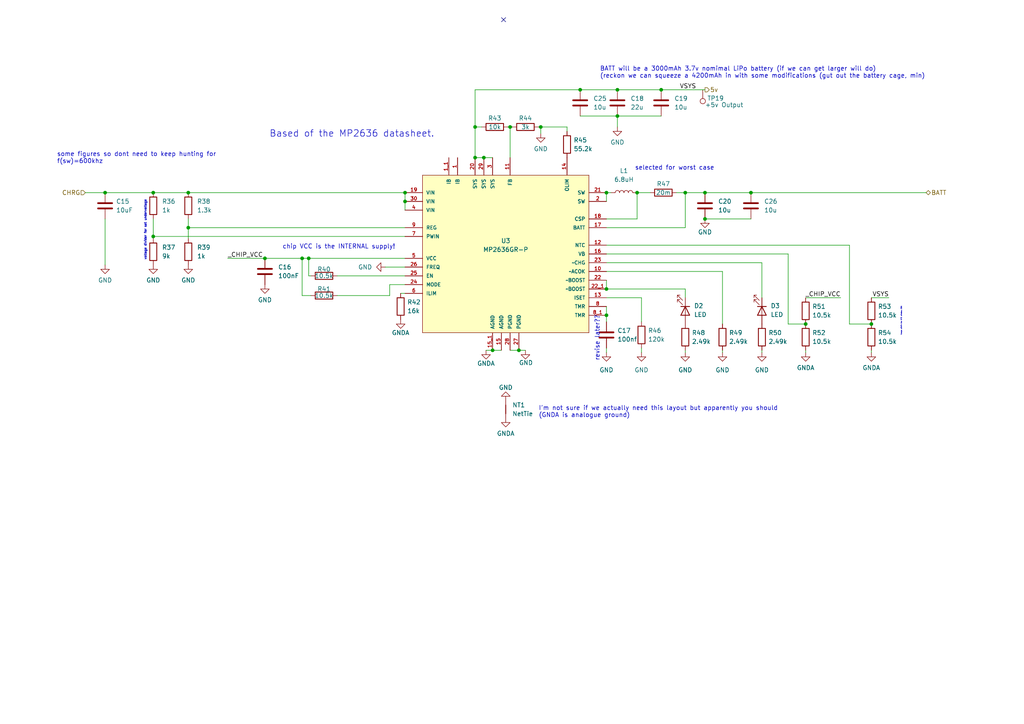
<source format=kicad_sch>
(kicad_sch (version 20210621) (generator eeschema)
  (paper "A4")
  (title_block (title "Power and battery") (rev "indev"))
  (lib_symbols
    (symbol "Connector:TestPoint" (pin_numbers hide) (pin_names (offset 0.762) hide)
      (property "Reference" "TP" (at 0 6.858 0))
      (property "Value" "TestPoint" (at 0 5.08 0))
      (symbol "TestPoint_0_1"
        (circle (center 0 3.302) (radius 0.762))
      )
      (symbol "TestPoint_1_1"
        (pin passive line (at 0 0 90) (length 2.54) (name "1") (number "1"))
      )
    )
    (symbol "Device:C" (pin_numbers hide) (pin_names (offset 0.254))
      (property "Reference" "C" (at 0.635 2.54 0))
      (property "Value" "C" (at 0.635 -2.54 0))
      (symbol "C_0_1"
        (polyline (pts (xy -2.032 -0.762) (xy 2.032 -0.762)) (stroke (width 0.508)))
        (polyline (pts (xy -2.032 0.762) (xy 2.032 0.762)) (stroke (width 0.508)))
      )
      (symbol "C_1_1"
        (pin passive line (at 0 3.81 270) (length 2.794) (name "~") (number "1"))
        (pin passive line (at 0 -3.81 90) (length 2.794) (name "~") (number "2"))
      )
    )
    (symbol "Device:L" (pin_numbers hide) (pin_names (offset 1.016) hide)
      (property "Reference" "L" (at -1.27 0 90))
      (property "Value" "L" (at 1.905 0 90))
      (symbol "L_0_1"
        (arc (start 0 -2.54) (end 0 -1.27) (radius (at 0 -1.905) (length 0.635) (angles -89.9 89.9)))
        (arc (start 0 -1.27) (end 0 0) (radius (at 0 -0.635) (length 0.635) (angles -89.9 89.9)))
        (arc (start 0 0) (end 0 1.27) (radius (at 0 0.635) (length 0.635) (angles -89.9 89.9)))
        (arc (start 0 1.27) (end 0 2.54) (radius (at 0 1.905) (length 0.635) (angles -89.9 89.9)))
      )
      (symbol "L_1_1"
        (pin passive line (at 0 3.81 270) (length 1.27) (name "1") (number "1"))
        (pin passive line (at 0 -3.81 90) (length 1.27) (name "2") (number "2"))
      )
    )
    (symbol "Device:LED" (pin_numbers hide) (pin_names (offset 1.016) hide)
      (property "Reference" "D" (at 0 2.54 0))
      (property "Value" "LED" (at 0 -2.54 0))
      (symbol "LED_0_1"
        (polyline (pts (xy -1.27 -1.27) (xy -1.27 1.27)) (stroke (width 0.254)))
        (polyline (pts (xy -1.27 0) (xy 1.27 0)))
        (polyline (pts (xy 1.27 -1.27) (xy 1.27 1.27) (xy -1.27 0) (xy 1.27 -1.27)) (stroke (width 0.254)))
        (polyline (pts (xy -3.048 -0.762) (xy -4.572 -2.286) (xy -3.81 -2.286) (xy -4.572 -2.286) (xy -4.572 -1.524)))
        (polyline (pts (xy -1.778 -0.762) (xy -3.302 -2.286) (xy -2.54 -2.286) (xy -3.302 -2.286) (xy -3.302 -1.524)))
      )
      (symbol "LED_1_1"
        (pin passive line (at -3.81 0 0) (length 2.54) (name "K") (number "1"))
        (pin passive line (at 3.81 0 180) (length 2.54) (name "A") (number "2"))
      )
    )
    (symbol "Device:NetTie_2" (pin_numbers hide) (pin_names (offset 0) hide)
      (property "Reference" "NT" (at 0 1.27 0))
      (property "Value" "NetTie_2" (at 0 -1.27 0))
      (symbol "NetTie_2_0_1"
        (polyline (pts (xy -1.27 0) (xy 1.27 0)) (stroke (width 0.254)))
      )
      (symbol "NetTie_2_1_1"
        (pin passive line (at -2.54 0 0) (length 2.54) (name "1") (number "1"))
        (pin passive line (at 2.54 0 180) (length 2.54) (name "2") (number "2"))
      )
    )
    (symbol "Device:R" (pin_numbers hide) (pin_names (offset 0))
      (property "Reference" "R" (at 2.032 0 90))
      (property "Value" "R" (at 0 0 90))
      (symbol "R_0_1"
        (rectangle (start -1.016 -2.54) (end 1.016 2.54) (stroke (width 0.254)))
      )
      (symbol "R_1_1"
        (pin passive line (at 0 3.81 270) (length 1.27) (name "~") (number "1"))
        (pin passive line (at 0 -3.81 90) (length 1.27) (name "~") (number "2"))
      )
    )
    (symbol "mp2636:MP2636GR-P" (pin_names (offset 1.016))
      (property "Reference" "U3" (at 0 11.43 0))
      (property "Value" "MP2636GR-P" (at 0 8.89 0))
      (symbol "MP2636GR-P_0_0"
        (rectangle (start -24.13 30.48) (end 24.13 -15.24) (stroke (width 0.1524)) (fill (type background)))
        (pin passive line (at -13.97 35.56 270) (length 5.08) (name "IB") (number "1"))
        (pin output line (at 29.21 2.54 180) (length 5.08) (name "~ACOK") (number "10"))
        (pin input line (at 1.27 35.56 270) (length 5.08) (name "FB") (number "11"))
        (pin passive line (at 29.21 10.16 180) (length 5.08) (name "NTC") (number "12"))
        (pin input line (at 29.21 -5.08 180) (length 5.08) (name "ISET") (number "13"))
        (pin passive line (at 17.78 35.56 270) (length 5.08) (name "OLIM") (number "14"))
        (pin power_in line (at -1.27 -20.32 90) (length 5.08) (name "AGND") (number "15"))
        (pin power_in line (at -3.81 -20.32 90) (length 5.08) (name "AGND") (number "15_1"))
        (pin power_in line (at 29.21 7.62 180) (length 5.08) (name "VB") (number "16"))
        (pin power_in line (at 29.21 15.24 180) (length 5.08) (name "BATT") (number "17"))
        (pin input line (at 29.21 17.78 180) (length 5.08) (name "CSP") (number "18"))
        (pin input line (at -29.21 25.4 0) (length 5.08) (name "VIN") (number "19"))
        (pin passive line (at -16.51 35.56 270) (length 5.08) (name "IB") (number "1_1"))
        (pin output line (at 29.21 22.86 180) (length 5.08) (name "SW") (number "2"))
        (pin output line (at -8.89 35.56 270) (length 5.08) (name "SYS") (number "20"))
        (pin output line (at 29.21 25.4 180) (length 5.08) (name "SW") (number "21"))
        (pin output line (at 29.21 0 180) (length 5.08) (name "~BOOST") (number "22"))
        (pin output line (at 29.21 -2.54 180) (length 5.08) (name "~BOOST") (number "22_1"))
        (pin output line (at 29.21 5.08 180) (length 5.08) (name "~CHG") (number "23"))
        (pin input line (at -29.21 -1.27 0) (length 5.08) (name "MODE") (number "24"))
        (pin input line (at -29.21 1.27 0) (length 5.08) (name "EN") (number "25"))
        (pin input line (at -29.21 3.81 0) (length 5.08) (name "FREQ") (number "26"))
        (pin power_in line (at 3.81 -20.32 90) (length 5.08) (name "PGND") (number "27"))
        (pin power_in line (at 1.27 -20.32 90) (length 5.08) (name "PGND") (number "28"))
        (pin output line (at -6.35 35.56 270) (length 5.08) (name "SYS") (number "29"))
        (pin output line (at -3.81 35.56 270) (length 5.08) (name "SYS") (number "3"))
        (pin input line (at -29.21 22.86 0) (length 5.08) (name "VIN") (number "30"))
        (pin input line (at -29.21 20.32 0) (length 5.08) (name "VIN") (number "4"))
        (pin power_in line (at -29.21 6.35 0) (length 5.08) (name "VCC") (number "5"))
        (pin input line (at -29.21 -3.81 0) (length 5.08) (name "ILIM") (number "6"))
        (pin input line (at -29.21 12.7 0) (length 5.08) (name "PWIN") (number "7"))
        (pin input line (at 29.21 -7.62 180) (length 5.08) (name "TMR") (number "8"))
        (pin input line (at 29.21 -10.16 180) (length 5.08) (name "TMR") (number "8_1"))
        (pin input line (at -29.21 15.24 0) (length 5.08) (name "REG") (number "9"))
      )
    )
    (symbol "power:GND" (power) (pin_names (offset 0))
      (property "Value" "GND" (at 0 -3.81 0))
      (symbol "GND_0_1"
        (polyline (pts (xy 0 0) (xy 0 -1.27) (xy 1.27 -1.27) (xy 0 -2.54) (xy -1.27 -1.27) (xy 0 -1.27)))
      )
      (symbol "GND_1_1"
        (pin power_in line (at 0 0 270) (length 0) hide (name "GND") (number "1"))
      )
    )
    (symbol "power:GNDA" (power) (pin_names (offset 0))
      (property "Value" "GNDA" (at 0 -3.81 0))
      (symbol "GNDA_0_1"
        (polyline (pts (xy 0 0) (xy 0 -1.27) (xy 1.27 -1.27) (xy 0 -2.54) (xy -1.27 -1.27) (xy 0 -1.27)))
      )
      (symbol "GNDA_1_1"
        (pin power_in line (at 0 0 270) (length 0) hide (name "GNDA") (number "1"))
      )
    )
  )
  (junction (at 30.48 55.88) (diameter 0.9144))
  (junction (at 44.45 55.88) (diameter 0.9144))
  (junction (at 44.45 68.58) (diameter 0.9144))
  (junction (at 54.61 55.88) (diameter 0.9144))
  (junction (at 54.61 66.04) (diameter 0.9144))
  (junction (at 76.835 74.93) (diameter 0.9144))
  (junction (at 87.63 74.93) (diameter 0.9144))
  (junction (at 89.535 74.93) (diameter 0.9144))
  (junction (at 117.475 55.88) (diameter 0.9144))
  (junction (at 117.475 58.42) (diameter 0.9144))
  (junction (at 137.795 36.83) (diameter 0.9144))
  (junction (at 137.795 45.72) (diameter 0.9144))
  (junction (at 140.335 45.72) (diameter 0.9144))
  (junction (at 142.875 101.6) (diameter 0.9144))
  (junction (at 147.955 36.83) (diameter 0.9144))
  (junction (at 150.495 101.6) (diameter 0.9144))
  (junction (at 156.845 36.83) (diameter 0.9144))
  (junction (at 168.275 26.035) (diameter 0.9144))
  (junction (at 175.895 55.88) (diameter 0.9144))
  (junction (at 175.895 83.82) (diameter 0.9144))
  (junction (at 175.895 91.44) (diameter 0.9144))
  (junction (at 179.07 26.035) (diameter 0.9144))
  (junction (at 179.07 33.655) (diameter 0.9144))
  (junction (at 184.785 55.88) (diameter 0.9144))
  (junction (at 191.77 26.035) (diameter 0.9144))
  (junction (at 198.755 55.88) (diameter 0.9144))
  (junction (at 204.47 55.88) (diameter 0.9144))
  (junction (at 204.47 63.5) (diameter 0.9144))
  (junction (at 217.805 55.88) (diameter 0.9144))
  (junction (at 233.68 93.98) (diameter 0.9144))
  (junction (at 252.73 93.98) (diameter 0.9144))
  (no_connect (at 146.05 5.715))
  (wire (pts (xy 24.765 55.88) (xy 30.48 55.88)))
  (wire (pts (xy 30.48 55.88) (xy 44.45 55.88)))
  (wire (pts (xy 30.48 63.5) (xy 30.48 76.835)))
  (wire (pts (xy 44.45 55.88) (xy 54.61 55.88)))
  (wire (pts (xy 44.45 63.5) (xy 44.45 68.58)))
  (wire (pts (xy 44.45 68.58) (xy 44.45 69.215)))
  (wire (pts (xy 44.45 68.58) (xy 117.475 68.58)))
  (wire (pts (xy 54.61 55.88) (xy 117.475 55.88)))
  (wire (pts (xy 54.61 63.5) (xy 54.61 66.04)))
  (wire (pts (xy 54.61 66.04) (xy 54.61 69.215)))
  (wire (pts (xy 54.61 66.04) (xy 117.475 66.04)))
  (wire (pts (xy 66.04 74.93) (xy 76.835 74.93)))
  (wire (pts (xy 76.835 74.93) (xy 87.63 74.93)))
  (wire (pts (xy 87.63 74.93) (xy 87.63 85.725)))
  (wire (pts (xy 87.63 74.93) (xy 89.535 74.93)))
  (wire (pts (xy 87.63 85.725) (xy 90.17 85.725)))
  (wire (pts (xy 89.535 74.93) (xy 117.475 74.93)))
  (wire (pts (xy 89.535 80.01) (xy 89.535 74.93)))
  (wire (pts (xy 90.17 80.01) (xy 89.535 80.01)))
  (wire (pts (xy 97.79 80.01) (xy 117.475 80.01)))
  (wire (pts (xy 97.79 85.725) (xy 113.03 85.725)))
  (wire (pts (xy 111.76 77.47) (xy 117.475 77.47)))
  (wire (pts (xy 113.03 82.55) (xy 117.475 82.55)))
  (wire (pts (xy 113.03 85.725) (xy 113.03 82.55)))
  (wire (pts (xy 116.205 85.09) (xy 117.475 85.09)))
  (wire (pts (xy 117.475 55.88) (xy 117.475 58.42)))
  (wire (pts (xy 117.475 58.42) (xy 117.475 60.96)))
  (wire (pts (xy 137.795 26.035) (xy 137.795 36.83)))
  (wire (pts (xy 137.795 26.035) (xy 168.275 26.035)))
  (wire (pts (xy 137.795 36.83) (xy 137.795 45.72)))
  (wire (pts (xy 137.795 45.72) (xy 140.335 45.72)))
  (wire (pts (xy 139.7 36.83) (xy 137.795 36.83)))
  (wire (pts (xy 140.335 45.72) (xy 142.875 45.72)))
  (wire (pts (xy 140.97 101.6) (xy 142.875 101.6)))
  (wire (pts (xy 142.875 101.6) (xy 145.415 101.6)))
  (wire (pts (xy 147.955 36.83) (xy 147.32 36.83)))
  (wire (pts (xy 147.955 36.83) (xy 148.59 36.83)))
  (wire (pts (xy 147.955 45.72) (xy 147.955 36.83)))
  (wire (pts (xy 147.955 101.6) (xy 150.495 101.6)))
  (wire (pts (xy 150.495 101.6) (xy 152.4 101.6)))
  (wire (pts (xy 156.21 36.83) (xy 156.845 36.83)))
  (wire (pts (xy 156.845 36.83) (xy 156.845 38.735)))
  (wire (pts (xy 156.845 36.83) (xy 164.465 36.83)))
  (wire (pts (xy 164.465 36.83) (xy 164.465 38.1)))
  (wire (pts (xy 168.275 26.035) (xy 179.07 26.035)))
  (wire (pts (xy 168.275 33.655) (xy 179.07 33.655)))
  (wire (pts (xy 175.895 55.88) (xy 177.165 55.88)))
  (wire (pts (xy 175.895 58.42) (xy 175.895 55.88)))
  (wire (pts (xy 175.895 63.5) (xy 184.785 63.5)))
  (wire (pts (xy 175.895 66.04) (xy 198.755 66.04)))
  (wire (pts (xy 175.895 71.12) (xy 246.38 71.12)))
  (wire (pts (xy 175.895 73.66) (xy 228.6 73.66)))
  (wire (pts (xy 175.895 76.2) (xy 220.98 76.2)))
  (wire (pts (xy 175.895 78.74) (xy 209.55 78.74)))
  (wire (pts (xy 175.895 81.28) (xy 175.895 83.82)))
  (wire (pts (xy 175.895 83.82) (xy 198.755 83.82)))
  (wire (pts (xy 175.895 86.36) (xy 186.055 86.36)))
  (wire (pts (xy 175.895 88.9) (xy 175.895 91.44)))
  (wire (pts (xy 175.895 91.44) (xy 175.895 93.345)))
  (wire (pts (xy 175.895 100.965) (xy 175.895 102.235)))
  (wire (pts (xy 179.07 26.035) (xy 191.77 26.035)))
  (wire (pts (xy 179.07 33.655) (xy 179.07 36.83)))
  (wire (pts (xy 184.785 55.88) (xy 188.595 55.88)))
  (wire (pts (xy 184.785 63.5) (xy 184.785 55.88)))
  (wire (pts (xy 186.055 86.36) (xy 186.055 93.345)))
  (wire (pts (xy 186.055 100.965) (xy 186.055 102.235)))
  (wire (pts (xy 191.77 26.035) (xy 204.47 26.035)))
  (wire (pts (xy 191.77 33.655) (xy 179.07 33.655)))
  (wire (pts (xy 196.215 55.88) (xy 198.755 55.88)))
  (wire (pts (xy 198.755 55.88) (xy 204.47 55.88)))
  (wire (pts (xy 198.755 66.04) (xy 198.755 55.88)))
  (wire (pts (xy 198.755 83.82) (xy 198.755 86.36)))
  (wire (pts (xy 198.755 101.6) (xy 198.755 102.235)))
  (wire (pts (xy 204.47 55.88) (xy 217.805 55.88)))
  (wire (pts (xy 204.47 63.5) (xy 217.805 63.5)))
  (wire (pts (xy 209.55 78.74) (xy 209.55 93.98)))
  (wire (pts (xy 209.55 101.6) (xy 209.55 102.235)))
  (wire (pts (xy 217.805 55.88) (xy 268.605 55.88)))
  (wire (pts (xy 220.98 76.2) (xy 220.98 86.36)))
  (wire (pts (xy 220.98 101.6) (xy 220.98 102.235)))
  (wire (pts (xy 228.6 73.66) (xy 228.6 93.98)))
  (wire (pts (xy 228.6 93.98) (xy 233.68 93.98)))
  (wire (pts (xy 233.68 86.36) (xy 243.84 86.36)))
  (wire (pts (xy 233.68 101.6) (xy 233.68 102.235)))
  (wire (pts (xy 246.38 71.12) (xy 246.38 93.98)))
  (wire (pts (xy 246.38 93.98) (xy 252.73 93.98)))
  (wire (pts (xy 252.73 101.6) (xy 252.73 102.235)))
  (wire (pts (xy 257.81 86.36) (xy 252.73 86.36)))
  (text "some figures so dont need to keep hunting for\nf(sw)=600khz" (at 16.51 47.625 0) (effects (font (size 1.27 1.27)) (justify left bottom)))
  (text "voltage divider for set undervoltage" (at 42.545 75.565 90) (effects (font (size 0.635 0.635)) (justify left bottom)))
  (text "Based of the MP2636 datasheet." (at 78.105 40.005 0) (effects (font (size 1.905 1.905)) (justify left bottom)))
  (text "chip VCC is the INTERNAL supply!" (at 81.915 72.39 0) (effects (font (size 1.27 1.27)) (justify left bottom)))
  (text "I'm not sure if we actually need this layout but apparently you should\n(GNDA is analogue ground)\n" (at 156.21 121.285 0) (effects (font (size 1.27 1.27)) (justify left bottom)))
  (text "BATT will be a 3000mAh 3.7v nomimal LiPo battery (if we can get larger will do)\n(reckon we can squeeze a 4200mAh in with some modifications (gut out the battery cage, min)" (at 173.99 22.86 0) (effects (font (size 1.27 1.27)) (justify left bottom)))
  (text "revise later??\n" (at 173.99 104.775 90) (effects (font (size 1.27 1.27)) (justify left bottom)))
  (text "selected for worst case\n" (at 184.15 49.53 0) (effects (font (size 1.27 1.27)) (justify left bottom)))
  (text "Keeps within the NTC window. CBA" (at 261.62 88.9 270) (effects (font (size 0.3175 0.3175)) (justify right bottom)))
  (label "_CHIP_VCC" (at 66.04 74.93 0))
  (label "VSYS" (at 201.93 26.035 180))
  (label "_CHIP_VCC" (at 243.84 86.36 180))
  (label "VSYS" (at 257.81 86.36 180))
  (hierarchical_label "CHRG" (shape input) (at 24.765 55.88 180))
  (hierarchical_label "5v" (shape output) (at 204.47 26.035 0))
  (hierarchical_label "BATT" (shape bidirectional) (at 268.605 55.88 0))
  (symbol (lib_id "Device:NetTie_2") (at 146.685 118.745 90) (unit 1)
    (property "Reference" "NT1" (at 148.59 117.4749 90) (effects (justify right)))
    (property "Value" "NetTie" (at 148.59 120.0149 90) (effects (justify right)))
    (property "Footprint" "NetTie:NetTie-2_SMD_Pad0.5mm" (effects hide))
  )
  (symbol (lib_id "Connector:TestPoint") (at 203.835 26.035 180) (unit 1)
    (property "Reference" "TP19" (at 205.105 28.5114 0) (effects (justify right)))
    (property "Value" "+5v Output" (at 204.47 30.4164 0) (effects (justify right)))
    (property "Footprint" "TestPoint:TestPoint_Pad_1.0x1.0mm" (effects hide))
  )
  (symbol (lib_id "power:GND") (at 30.48 76.835 0) (unit 1)
    (property "Reference" "#PWR023" (effects hide))
    (property "Value" "GND" (at 30.48 81.28 0))
  )
  (symbol (lib_id "power:GND") (at 44.45 76.835 0) (unit 1)
    (property "Reference" "#PWR0107" (effects hide))
    (property "Value" "GND" (at 44.45 81.28 0))
  )
  (symbol (lib_id "power:GND") (at 54.61 76.835 0) (unit 1)
    (property "Reference" "#PWR0108" (effects hide))
    (property "Value" "GND" (at 54.61 81.28 0))
  )
  (symbol (lib_id "power:GND") (at 76.835 82.55 0) (unit 1)
    (property "Reference" "#PWR026" (effects hide))
    (property "Value" "GND" (at 76.835 86.995 0))
  )
  (symbol (lib_id "power:GND") (at 111.76 77.47 270) (unit 1)
    (property "Reference" "#PWR027" (effects hide))
    (property "Value" "GND" (at 107.95 77.4699 90) (effects (justify right)))
  )
  (symbol (lib_id "power:GNDA") (at 116.205 92.71 0) (unit 1)
    (property "Reference" "#PWR028" (effects hide))
    (property "Value" "GNDA" (at 116.205 96.52 0))
  )
  (symbol (lib_id "power:GNDA") (at 140.97 101.6 0) (unit 1)
    (property "Reference" "#PWR029" (effects hide))
    (property "Value" "GNDA" (at 140.97 105.41 0))
  )
  (symbol (lib_id "power:GND") (at 146.685 116.205 180) (unit 1)
    (property "Reference" "#PWR030" (effects hide))
    (property "Value" "GND" (at 146.685 112.395 0))
  )
  (symbol (lib_id "power:GNDA") (at 146.685 121.285 0) (unit 1)
    (property "Reference" "#PWR031" (effects hide))
    (property "Value" "GNDA" (at 146.685 125.73 0))
  )
  (symbol (lib_id "power:GND") (at 152.4 101.6 0) (unit 1)
    (property "Reference" "#PWR032" (effects hide))
    (property "Value" "GND" (at 150.495 105.2194 0) (effects (justify left)))
  )
  (symbol (lib_id "power:GND") (at 156.845 38.735 0) (unit 1)
    (property "Reference" "#PWR033" (effects hide))
    (property "Value" "GND" (at 156.845 43.18 0))
  )
  (symbol (lib_id "power:GND") (at 175.895 102.235 0) (unit 1)
    (property "Reference" "#PWR034" (effects hide))
    (property "Value" "GND" (at 175.895 107.315 0))
  )
  (symbol (lib_id "power:GND") (at 179.07 36.83 0) (unit 1)
    (property "Reference" "#PWR035" (effects hide))
    (property "Value" "GND" (at 179.07 41.275 0))
  )
  (symbol (lib_id "power:GND") (at 186.055 102.235 0) (unit 1)
    (property "Reference" "#PWR036" (effects hide))
    (property "Value" "GND" (at 186.055 107.315 0))
  )
  (symbol (lib_id "power:GND") (at 198.755 102.235 0) (unit 1)
    (property "Reference" "#PWR037" (effects hide))
    (property "Value" "GND" (at 198.755 107.315 0))
  )
  (symbol (lib_id "power:GND") (at 204.47 63.5 0) (unit 1)
    (property "Reference" "#PWR038" (effects hide))
    (property "Value" "GND" (at 204.47 67.31 0))
  )
  (symbol (lib_id "power:GND") (at 209.55 102.235 0) (unit 1)
    (property "Reference" "#PWR039" (effects hide))
    (property "Value" "GND" (at 209.55 107.315 0))
  )
  (symbol (lib_id "power:GND") (at 220.98 102.235 0) (unit 1)
    (property "Reference" "#PWR040" (effects hide))
    (property "Value" "GND" (at 220.98 107.315 0))
  )
  (symbol (lib_id "power:GNDA") (at 233.68 102.235 0) (unit 1)
    (property "Reference" "#PWR041" (effects hide))
    (property "Value" "GNDA" (at 233.68 106.68 0))
  )
  (symbol (lib_id "power:GNDA") (at 252.73 102.235 0) (unit 1)
    (property "Reference" "#PWR042" (effects hide))
    (property "Value" "GNDA" (at 252.73 106.68 0))
  )
  (symbol (lib_id "Device:L") (at 180.975 55.88 90) (unit 1)
    (property "Reference" "L1" (at 180.975 49.53 90))
    (property "Value" "6.8uH" (at 180.975 52.07 90))
    (property "Footprint" "Inductor_SMD:L_Wuerth_WE-PD-Typ-M-Typ-S_Handsoldering" (effects hide))
  )
  (symbol (lib_id "Device:R") (at 44.45 59.69 0) (unit 1)
    (property "Reference" "R36" (at 46.99 58.4199 0) (effects (justify left)))
    (property "Value" "1k" (at 46.99 60.9599 0) (effects (justify left)))
    (property "Footprint" "Resistor_SMD:R_0402_1005Metric_Pad0.72x0.64mm_HandSolder" (effects hide))
  )
  (symbol (lib_id "Device:R") (at 44.45 73.025 0) (unit 1)
    (property "Reference" "R37" (at 46.99 71.7549 0) (effects (justify left)))
    (property "Value" "9k" (at 46.99 74.2949 0) (effects (justify left)))
    (property "Footprint" "Resistor_SMD:R_0402_1005Metric_Pad0.72x0.64mm_HandSolder" (effects hide))
  )
  (symbol (lib_id "Device:R") (at 54.61 59.69 0) (unit 1)
    (property "Reference" "R38" (at 57.15 58.4199 0) (effects (justify left)))
    (property "Value" "1.3k" (at 57.15 60.9599 0) (effects (justify left)))
    (property "Footprint" "Resistor_SMD:R_0402_1005Metric_Pad0.72x0.64mm_HandSolder" (effects hide))
  )
  (symbol (lib_id "Device:R") (at 54.61 73.025 0) (unit 1)
    (property "Reference" "R39" (at 57.15 71.7549 0) (effects (justify left)))
    (property "Value" "1k" (at 57.15 74.2949 0) (effects (justify left)))
    (property "Footprint" "Resistor_SMD:R_0402_1005Metric_Pad0.72x0.64mm_HandSolder" (effects hide))
  )
  (symbol (lib_id "Device:R") (at 93.98 80.01 90) (unit 1)
    (property "Reference" "R40" (at 93.98 78.105 90))
    (property "Value" "10.5k" (at 93.98 80.01 90))
    (property "Footprint" "Resistor_SMD:R_0603_1608Metric_Pad0.98x0.95mm_HandSolder" (effects hide))
  )
  (symbol (lib_id "Device:R") (at 93.98 85.725 90) (unit 1)
    (property "Reference" "R41" (at 93.98 83.82 90))
    (property "Value" "10.5k" (at 93.98 85.725 90))
    (property "Footprint" "Resistor_SMD:R_0603_1608Metric_Pad0.98x0.95mm_HandSolder" (effects hide))
  )
  (symbol (lib_id "Device:R") (at 116.205 88.9 0) (unit 1)
    (property "Reference" "R42" (at 118.11 87.6299 0) (effects (justify left)))
    (property "Value" "16k" (at 118.11 90.1699 0) (effects (justify left)))
    (property "Footprint" "Resistor_SMD:R_0402_1005Metric_Pad0.72x0.64mm_HandSolder" (effects hide))
  )
  (symbol (lib_id "Device:R") (at 143.51 36.83 270) (unit 1)
    (property "Reference" "R43" (at 143.51 34.29 90))
    (property "Value" "10k" (at 143.51 36.83 90))
    (property "Footprint" "Resistor_SMD:R_0603_1608Metric_Pad0.98x0.95mm_HandSolder" (effects hide))
  )
  (symbol (lib_id "Device:R") (at 152.4 36.83 90) (unit 1)
    (property "Reference" "R44" (at 152.4 34.29 90))
    (property "Value" "3k" (at 152.4 36.83 90))
    (property "Footprint" "Resistor_SMD:R_0603_1608Metric_Pad0.98x0.95mm_HandSolder" (effects hide))
  )
  (symbol (lib_id "Device:R") (at 164.465 41.91 180) (unit 1)
    (property "Reference" "R45" (at 166.37 40.6399 0) (effects (justify right)))
    (property "Value" "55.2k" (at 166.37 43.1799 0) (effects (justify right)))
    (property "Footprint" "Resistor_SMD:R_0603_1608Metric_Pad0.98x0.95mm_HandSolder" (effects hide))
  )
  (symbol (lib_id "Device:R") (at 186.055 97.155 180) (unit 1)
    (property "Reference" "R46" (at 187.96 95.8849 0) (effects (justify right)))
    (property "Value" "120k" (at 187.96 98.4249 0) (effects (justify right)))
    (property "Footprint" "Resistor_SMD:R_0402_1005Metric_Pad0.72x0.64mm_HandSolder" (effects hide))
  )
  (symbol (lib_id "Device:R") (at 192.405 55.88 90) (unit 1)
    (property "Reference" "R47" (at 192.405 53.34 90))
    (property "Value" "20m" (at 192.405 55.88 90))
    (property "Footprint" "Resistor_SMD:R_2816_7142Metric_Pad3.20x4.45mm_HandSolder" (effects hide))
  )
  (symbol (lib_id "Device:R") (at 198.755 97.79 0) (unit 1)
    (property "Reference" "R48" (at 200.66 96.5199 0) (effects (justify left)))
    (property "Value" "2.49k" (at 200.66 99.0599 0) (effects (justify left)))
    (property "Footprint" "Resistor_SMD:R_0402_1005Metric_Pad0.72x0.64mm_HandSolder" (effects hide))
  )
  (symbol (lib_id "Device:R") (at 209.55 97.79 0) (unit 1)
    (property "Reference" "R49" (at 211.455 96.5199 0) (effects (justify left)))
    (property "Value" "2.49k" (at 211.455 99.0599 0) (effects (justify left)))
    (property "Footprint" "Resistor_SMD:R_0402_1005Metric_Pad0.72x0.64mm_HandSolder" (effects hide))
  )
  (symbol (lib_id "Device:R") (at 220.98 97.79 0) (unit 1)
    (property "Reference" "R50" (at 222.885 96.5199 0) (effects (justify left)))
    (property "Value" "2.49k" (at 222.885 99.0599 0) (effects (justify left)))
    (property "Footprint" "Resistor_SMD:R_0402_1005Metric_Pad0.72x0.64mm_HandSolder" (effects hide))
  )
  (symbol (lib_id "Device:R") (at 233.68 90.17 0) (unit 1)
    (property "Reference" "R51" (at 235.585 88.8999 0) (effects (justify left)))
    (property "Value" "10.5k" (at 235.585 91.4399 0) (effects (justify left)))
    (property "Footprint" "Resistor_SMD:R_0402_1005Metric_Pad0.72x0.64mm_HandSolder" (effects hide))
  )
  (symbol (lib_id "Device:R") (at 233.68 97.79 0) (unit 1)
    (property "Reference" "R52" (at 235.585 96.5199 0) (effects (justify left)))
    (property "Value" "10.5k" (at 235.585 99.0599 0) (effects (justify left)))
    (property "Footprint" "Resistor_SMD:R_0402_1005Metric_Pad0.72x0.64mm_HandSolder" (effects hide))
  )
  (symbol (lib_id "Device:R") (at 252.73 90.17 0) (unit 1)
    (property "Reference" "R53" (at 254.635 88.8999 0) (effects (justify left)))
    (property "Value" "10.5k" (at 254.635 91.4399 0) (effects (justify left)))
    (property "Footprint" "Resistor_SMD:R_0402_1005Metric_Pad0.72x0.64mm_HandSolder" (effects hide))
  )
  (symbol (lib_id "Device:R") (at 252.73 97.79 0) (unit 1)
    (property "Reference" "R54" (at 254.635 96.5199 0) (effects (justify left)))
    (property "Value" "10.5k" (at 254.635 99.0599 0) (effects (justify left)))
    (property "Footprint" "Resistor_SMD:R_0402_1005Metric_Pad0.72x0.64mm_HandSolder" (effects hide))
  )
  (symbol (lib_id "Device:LED") (at 198.755 90.17 270) (unit 1)
    (property "Reference" "D2" (at 201.295 88.7094 90) (effects (justify left)))
    (property "Value" "LED" (at 201.295 91.2494 90) (effects (justify left)))
    (property "Footprint" "LED_SMD:LED_0805_2012Metric_Pad1.15x1.40mm_HandSolder" (effects hide))
  )
  (symbol (lib_id "Device:LED") (at 220.98 90.17 270) (unit 1)
    (property "Reference" "D3" (at 223.52 88.7094 90) (effects (justify left)))
    (property "Value" "LED" (at 223.52 91.2494 90) (effects (justify left)))
    (property "Footprint" "LED_SMD:LED_0805_2012Metric_Pad1.15x1.40mm_HandSolder" (effects hide))
  )
  (symbol (lib_id "Device:C") (at 30.48 59.69 0) (unit 1)
    (property "Reference" "C15" (at 33.655 58.4199 0) (effects (justify left)))
    (property "Value" "10uF" (at 33.655 60.9599 0) (effects (justify left)))
    (property "Footprint" "Capacitor_SMD:C_1206_3216Metric_Pad1.33x1.80mm_HandSolder" (effects hide))
  )
  (symbol (lib_id "Device:C") (at 76.835 78.74 180) (unit 1)
    (property "Reference" "C16" (at 80.645 77.4699 0) (effects (justify right)))
    (property "Value" "100nF" (at 80.645 80.0099 0) (effects (justify right)))
    (property "Footprint" "Capacitor_SMD:C_0603_1608Metric_Pad1.08x0.95mm_HandSolder" (effects hide))
  )
  (symbol (lib_id "Device:C") (at 168.275 29.845 0) (unit 1)
    (property "Reference" "C25" (at 172.085 28.5749 0) (effects (justify left)))
    (property "Value" "10u" (at 172.085 31.1149 0) (effects (justify left)))
    (property "Footprint" "Capacitor_SMD:C_1206_3216Metric_Pad1.33x1.80mm_HandSolder" (effects hide))
  )
  (symbol (lib_id "Device:C") (at 175.895 97.155 0) (unit 1)
    (property "Reference" "C17" (at 179.07 95.8849 0) (effects (justify left)))
    (property "Value" "100nf" (at 179.07 98.4249 0) (effects (justify left)))
    (property "Footprint" "Capacitor_SMD:C_0402_1005Metric_Pad0.74x0.62mm_HandSolder" (effects hide))
  )
  (symbol (lib_id "Device:C") (at 179.07 29.845 0) (unit 1)
    (property "Reference" "C18" (at 182.88 28.5749 0) (effects (justify left)))
    (property "Value" "22u" (at 182.88 31.1149 0) (effects (justify left)))
    (property "Footprint" "Capacitor_SMD:C_1206_3216Metric_Pad1.33x1.80mm_HandSolder" (effects hide))
  )
  (symbol (lib_id "Device:C") (at 191.77 29.845 0) (unit 1)
    (property "Reference" "C19" (at 195.58 28.5749 0) (effects (justify left)))
    (property "Value" "10u" (at 195.58 31.1149 0) (effects (justify left)))
    (property "Footprint" "Capacitor_SMD:C_1206_3216Metric_Pad1.33x1.80mm_HandSolder" (effects hide))
  )
  (symbol (lib_id "Device:C") (at 204.47 59.69 0) (unit 1)
    (property "Reference" "C20" (at 208.28 58.4199 0) (effects (justify left)))
    (property "Value" "10u" (at 208.28 60.9599 0) (effects (justify left)))
    (property "Footprint" "Capacitor_SMD:C_1206_3216Metric_Pad1.33x1.80mm_HandSolder" (effects hide))
  )
  (symbol (lib_id "Device:C") (at 217.805 59.69 0) (unit 1)
    (property "Reference" "C26" (at 221.615 58.4199 0) (effects (justify left)))
    (property "Value" "10u" (at 221.615 60.9599 0) (effects (justify left)))
    (property "Footprint" "Capacitor_SMD:C_1206_3216Metric_Pad1.33x1.80mm_HandSolder" (effects hide))
  )
  (symbol (lib_id "mp2636:MP2636GR-P") (at 146.685 81.28 0) (unit 1)
    (property "Reference" "U3" (at 146.685 69.85 0))
    (property "Value" "MP2636GR-P" (at 146.685 72.39 0))
    (property "Footprint" "mp2636:IC_MP2636GR-P" (effects hide))
    (property "MANUFACTURER" "MPS" (effects hide))
    (property "PARTREV" "1.02" (effects hide))
    (property "STANDARD" "Manufacturer Recommendation" (effects hide))
  )
)
</source>
